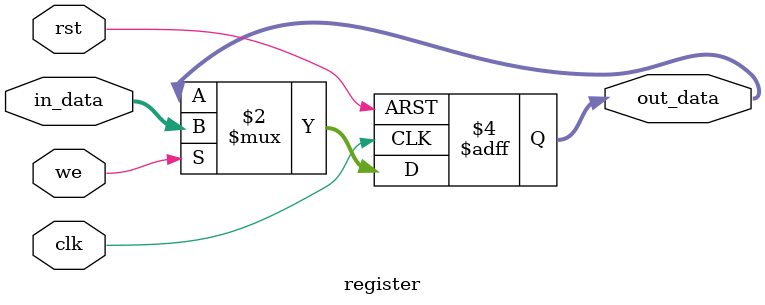
<source format=v>
`timescale 1ns / 1ps


module register#(parameter WIDTH=32)(input [WIDTH-1:0] in_data,
input clk,we,rst,
output reg [WIDTH-1:0] out_data

    );
    always @(posedge clk,posedge rst)
    begin
        if(rst)
            out_data<=32'b0;
        else if(we)
            out_data<=in_data;
    end
endmodule

</source>
